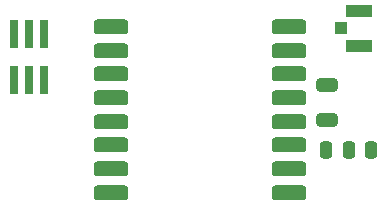
<source format=gbr>
%TF.GenerationSoftware,KiCad,Pcbnew,7.0.8*%
%TF.CreationDate,2023-11-19T15:13:28+01:00*%
%TF.ProjectId,AetherPhylax,41657468-6572-4506-9879-6c61782e6b69,rev?*%
%TF.SameCoordinates,Original*%
%TF.FileFunction,Paste,Bot*%
%TF.FilePolarity,Positive*%
%FSLAX46Y46*%
G04 Gerber Fmt 4.6, Leading zero omitted, Abs format (unit mm)*
G04 Created by KiCad (PCBNEW 7.0.8) date 2023-11-19 15:13:28*
%MOMM*%
%LPD*%
G01*
G04 APERTURE LIST*
G04 Aperture macros list*
%AMRoundRect*
0 Rectangle with rounded corners*
0 $1 Rounding radius*
0 $2 $3 $4 $5 $6 $7 $8 $9 X,Y pos of 4 corners*
0 Add a 4 corners polygon primitive as box body*
4,1,4,$2,$3,$4,$5,$6,$7,$8,$9,$2,$3,0*
0 Add four circle primitives for the rounded corners*
1,1,$1+$1,$2,$3*
1,1,$1+$1,$4,$5*
1,1,$1+$1,$6,$7*
1,1,$1+$1,$8,$9*
0 Add four rect primitives between the rounded corners*
20,1,$1+$1,$2,$3,$4,$5,0*
20,1,$1+$1,$4,$5,$6,$7,0*
20,1,$1+$1,$6,$7,$8,$9,0*
20,1,$1+$1,$8,$9,$2,$3,0*%
G04 Aperture macros list end*
%ADD10R,1.050000X1.000000*%
%ADD11R,2.200000X1.050000*%
%ADD12RoundRect,0.250000X0.650000X-0.325000X0.650000X0.325000X-0.650000X0.325000X-0.650000X-0.325000X0*%
%ADD13RoundRect,0.317500X-1.157500X-0.317500X1.157500X-0.317500X1.157500X0.317500X-1.157500X0.317500X0*%
%ADD14RoundRect,0.250000X0.250000X0.475000X-0.250000X0.475000X-0.250000X-0.475000X0.250000X-0.475000X0*%
%ADD15R,0.740000X2.400000*%
G04 APERTURE END LIST*
D10*
%TO.C,ANT1*%
X165100000Y-71450000D03*
D11*
X166625000Y-69975000D03*
X166625000Y-72925000D03*
%TD*%
D12*
%TO.C,C4*%
X163950000Y-79225000D03*
X163950000Y-76275000D03*
%TD*%
D13*
%TO.C,U4*%
X145625000Y-85350000D03*
X145625000Y-83350000D03*
X145625000Y-81350000D03*
X145625000Y-79350000D03*
X145625000Y-77350000D03*
X145625000Y-75350000D03*
X145625000Y-73350000D03*
X145625000Y-71350000D03*
X160675000Y-71350000D03*
X160675000Y-73350000D03*
X160675000Y-75350000D03*
X160675000Y-77350000D03*
X160675000Y-79350000D03*
X160675000Y-81350000D03*
X160675000Y-83350000D03*
X160675000Y-85350000D03*
%TD*%
D14*
%TO.C,JP2*%
X167650000Y-81750000D03*
X165750000Y-81750000D03*
X163850000Y-81750000D03*
%TD*%
D15*
%TO.C,DEBUG1*%
X139920000Y-75800000D03*
X139920000Y-71900000D03*
X138650000Y-75800000D03*
X138650000Y-71900000D03*
X137380000Y-75800000D03*
X137380000Y-71900000D03*
%TD*%
M02*

</source>
